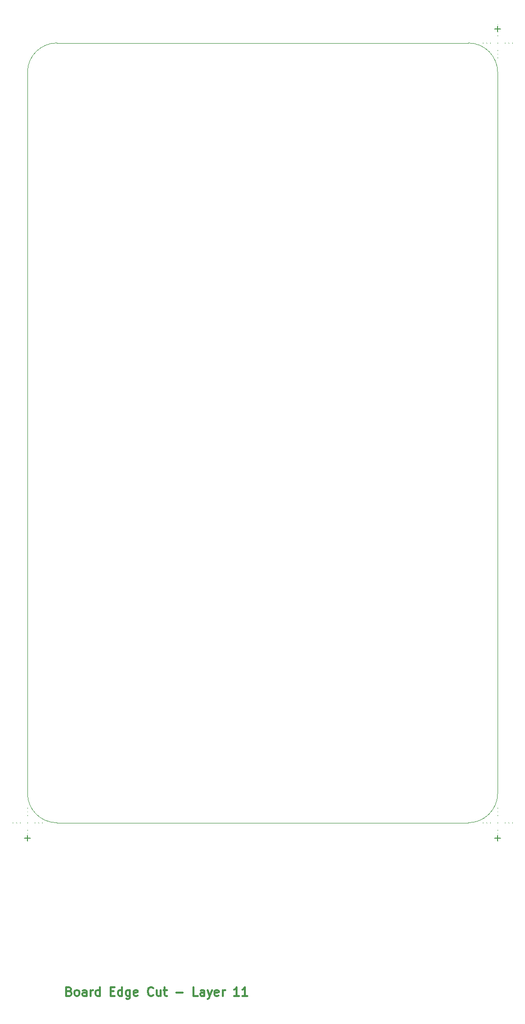
<source format=gm1>
G04 #@! TF.FileFunction,Profile,NP*
%FSLAX46Y46*%
G04 Gerber Fmt 4.6, Leading zero omitted, Abs format (unit mm)*
G04 Created by KiCad (PCBNEW 4.0.5) date 01/22/17 20:45:39*
%MOMM*%
%LPD*%
G01*
G04 APERTURE LIST*
%ADD10C,0.150000*%
%ADD11C,0.099060*%
%ADD12C,0.127000*%
%ADD13C,0.299720*%
G04 APERTURE END LIST*
D10*
D11*
X25401666Y-163195000D02*
G75*
G03X25401666Y-163195000I-1666J0D01*
G01*
X25397500Y-163195000D02*
X25402500Y-163195000D01*
X25400000Y-163192500D02*
X25400000Y-163197500D01*
X106681666Y-163195000D02*
G75*
G03X106681666Y-163195000I-1666J0D01*
G01*
X106677500Y-163195000D02*
X106682500Y-163195000D01*
X106680000Y-163192500D02*
X106680000Y-163197500D01*
X106681666Y-22860000D02*
G75*
G03X106681666Y-22860000I-1666J0D01*
G01*
X106677500Y-22860000D02*
X106682500Y-22860000D01*
X106680000Y-22857500D02*
X106680000Y-22862500D01*
X106681666Y-22225000D02*
G75*
G03X106681666Y-22225000I-1666J0D01*
G01*
X106677500Y-22225000D02*
X106682500Y-22225000D01*
X106680000Y-22222500D02*
X106680000Y-22227500D01*
D12*
X106196191Y-22950714D02*
X107163810Y-22950714D01*
X106680000Y-23434524D02*
X106680000Y-22466905D01*
D11*
X106681666Y-22225000D02*
G75*
G03X106681666Y-22225000I-1666J0D01*
G01*
X106677500Y-22225000D02*
X106682500Y-22225000D01*
X106680000Y-22222500D02*
X106680000Y-22227500D01*
X106681666Y-22860000D02*
G75*
G03X106681666Y-22860000I-1666J0D01*
G01*
X106677500Y-22860000D02*
X106682500Y-22860000D01*
X106680000Y-22857500D02*
X106680000Y-22862500D01*
X25401666Y-162560000D02*
G75*
G03X25401666Y-162560000I-1666J0D01*
G01*
X25397500Y-162560000D02*
X25402500Y-162560000D01*
X25400000Y-162557500D02*
X25400000Y-162562500D01*
X25401666Y-161925000D02*
G75*
G03X25401666Y-161925000I-1666J0D01*
G01*
X25397500Y-161925000D02*
X25402500Y-161925000D01*
X25400000Y-161922500D02*
X25400000Y-161927500D01*
D12*
X24916191Y-162650714D02*
X25883810Y-162650714D01*
X25400000Y-163134524D02*
X25400000Y-162166905D01*
X106196191Y-162650714D02*
X107163810Y-162650714D01*
X106680000Y-163134524D02*
X106680000Y-162166905D01*
D11*
X106681666Y-160020000D02*
G75*
G03X106681666Y-160020000I-1666J0D01*
G01*
X106677500Y-160020000D02*
X106682500Y-160020000D01*
X106680000Y-160017500D02*
X106680000Y-160022500D01*
X106681666Y-23495000D02*
G75*
G03X106681666Y-23495000I-1666J0D01*
G01*
X106677500Y-23495000D02*
X106682500Y-23495000D01*
X106680000Y-23492500D02*
X106680000Y-23497500D01*
X106681666Y-27940000D02*
G75*
G03X106681666Y-27940000I-1666J0D01*
G01*
X106677500Y-27940000D02*
X106682500Y-27940000D01*
X106680000Y-27937500D02*
X106680000Y-27942500D01*
X106681666Y-27305000D02*
G75*
G03X106681666Y-27305000I-1666J0D01*
G01*
X106677500Y-27305000D02*
X106682500Y-27305000D01*
X106680000Y-27302500D02*
X106680000Y-27307500D01*
X106681666Y-26670000D02*
G75*
G03X106681666Y-26670000I-1666J0D01*
G01*
X106677500Y-26670000D02*
X106682500Y-26670000D01*
X106680000Y-26667500D02*
X106680000Y-26672500D01*
X104141666Y-25400000D02*
G75*
G03X104141666Y-25400000I-1666J0D01*
G01*
X104137500Y-25400000D02*
X104142500Y-25400000D01*
X104140000Y-25397500D02*
X104140000Y-25402500D01*
X104776666Y-25400000D02*
G75*
G03X104776666Y-25400000I-1666J0D01*
G01*
X104772500Y-25400000D02*
X104777500Y-25400000D01*
X104775000Y-25397500D02*
X104775000Y-25402500D01*
X105411666Y-25400000D02*
G75*
G03X105411666Y-25400000I-1666J0D01*
G01*
X105407500Y-25400000D02*
X105412500Y-25400000D01*
X105410000Y-25397500D02*
X105410000Y-25402500D01*
X109221666Y-25400000D02*
G75*
G03X109221666Y-25400000I-1666J0D01*
G01*
X109217500Y-25400000D02*
X109222500Y-25400000D01*
X109220000Y-25397500D02*
X109220000Y-25402500D01*
X108586666Y-25400000D02*
G75*
G03X108586666Y-25400000I-1666J0D01*
G01*
X108582500Y-25400000D02*
X108587500Y-25400000D01*
X108585000Y-25397500D02*
X108585000Y-25402500D01*
X107951666Y-25400000D02*
G75*
G03X107951666Y-25400000I-1666J0D01*
G01*
X107947500Y-25400000D02*
X107952500Y-25400000D01*
X107950000Y-25397500D02*
X107950000Y-25402500D01*
X106681666Y-25400000D02*
G75*
G03X106681666Y-25400000I-1666J0D01*
G01*
X106677500Y-25400000D02*
X106682500Y-25400000D01*
X106680000Y-25397500D02*
X106680000Y-25402500D01*
X106681666Y-24130000D02*
G75*
G03X106681666Y-24130000I-1666J0D01*
G01*
X106677500Y-24130000D02*
X106682500Y-24130000D01*
X106680000Y-24127500D02*
X106680000Y-24132500D01*
X106681666Y-161925000D02*
G75*
G03X106681666Y-161925000I-1666J0D01*
G01*
X106677500Y-161925000D02*
X106682500Y-161925000D01*
X106680000Y-161922500D02*
X106680000Y-161927500D01*
X106681666Y-161290000D02*
G75*
G03X106681666Y-161290000I-1666J0D01*
G01*
X106677500Y-161290000D02*
X106682500Y-161290000D01*
X106680000Y-161287500D02*
X106680000Y-161292500D01*
X109221666Y-160020000D02*
G75*
G03X109221666Y-160020000I-1666J0D01*
G01*
X109217500Y-160020000D02*
X109222500Y-160020000D01*
X109220000Y-160017500D02*
X109220000Y-160022500D01*
X108586666Y-160020000D02*
G75*
G03X108586666Y-160020000I-1666J0D01*
G01*
X108582500Y-160020000D02*
X108587500Y-160020000D01*
X108585000Y-160017500D02*
X108585000Y-160022500D01*
X107951666Y-160020000D02*
G75*
G03X107951666Y-160020000I-1666J0D01*
G01*
X107947500Y-160020000D02*
X107952500Y-160020000D01*
X107950000Y-160017500D02*
X107950000Y-160022500D01*
X104141666Y-160020000D02*
G75*
G03X104141666Y-160020000I-1666J0D01*
G01*
X104137500Y-160020000D02*
X104142500Y-160020000D01*
X104140000Y-160017500D02*
X104140000Y-160022500D01*
X104776666Y-160020000D02*
G75*
G03X104776666Y-160020000I-1666J0D01*
G01*
X104772500Y-160020000D02*
X104777500Y-160020000D01*
X104775000Y-160017500D02*
X104775000Y-160022500D01*
X105411666Y-160020000D02*
G75*
G03X105411666Y-160020000I-1666J0D01*
G01*
X105407500Y-160020000D02*
X105412500Y-160020000D01*
X105410000Y-160017500D02*
X105410000Y-160022500D01*
X106681666Y-157480000D02*
G75*
G03X106681666Y-157480000I-1666J0D01*
G01*
X106677500Y-157480000D02*
X106682500Y-157480000D01*
X106680000Y-157477500D02*
X106680000Y-157482500D01*
X106681666Y-158115000D02*
G75*
G03X106681666Y-158115000I-1666J0D01*
G01*
X106677500Y-158115000D02*
X106682500Y-158115000D01*
X106680000Y-158112500D02*
X106680000Y-158117500D01*
X106681666Y-158750000D02*
G75*
G03X106681666Y-158750000I-1666J0D01*
G01*
X106677500Y-158750000D02*
X106682500Y-158750000D01*
X106680000Y-158747500D02*
X106680000Y-158752500D01*
X106681666Y-160020000D02*
G75*
G03X106681666Y-160020000I-1666J0D01*
G01*
X106677500Y-160020000D02*
X106682500Y-160020000D01*
X106680000Y-160017500D02*
X106680000Y-160022500D01*
X25401666Y-161925000D02*
G75*
G03X25401666Y-161925000I-1666J0D01*
G01*
X25397500Y-161925000D02*
X25402500Y-161925000D01*
X25400000Y-161922500D02*
X25400000Y-161927500D01*
X25401666Y-161290000D02*
G75*
G03X25401666Y-161290000I-1666J0D01*
G01*
X25397500Y-161290000D02*
X25402500Y-161290000D01*
X25400000Y-161287500D02*
X25400000Y-161292500D01*
X25401666Y-157480000D02*
G75*
G03X25401666Y-157480000I-1666J0D01*
G01*
X25397500Y-157480000D02*
X25402500Y-157480000D01*
X25400000Y-157477500D02*
X25400000Y-157482500D01*
X25401666Y-158115000D02*
G75*
G03X25401666Y-158115000I-1666J0D01*
G01*
X25397500Y-158115000D02*
X25402500Y-158115000D01*
X25400000Y-158112500D02*
X25400000Y-158117500D01*
X25401666Y-158750000D02*
G75*
G03X25401666Y-158750000I-1666J0D01*
G01*
X25397500Y-158750000D02*
X25402500Y-158750000D01*
X25400000Y-158747500D02*
X25400000Y-158752500D01*
X22861666Y-160020000D02*
G75*
G03X22861666Y-160020000I-1666J0D01*
G01*
X22857500Y-160020000D02*
X22862500Y-160020000D01*
X22860000Y-160017500D02*
X22860000Y-160022500D01*
X23496666Y-160020000D02*
G75*
G03X23496666Y-160020000I-1666J0D01*
G01*
X23492500Y-160020000D02*
X23497500Y-160020000D01*
X23495000Y-160017500D02*
X23495000Y-160022500D01*
X24131666Y-160020000D02*
G75*
G03X24131666Y-160020000I-1666J0D01*
G01*
X24127500Y-160020000D02*
X24132500Y-160020000D01*
X24130000Y-160017500D02*
X24130000Y-160022500D01*
X27941666Y-160020000D02*
G75*
G03X27941666Y-160020000I-1666J0D01*
G01*
X27937500Y-160020000D02*
X27942500Y-160020000D01*
X27940000Y-160017500D02*
X27940000Y-160022500D01*
X27306666Y-160020000D02*
G75*
G03X27306666Y-160020000I-1666J0D01*
G01*
X27302500Y-160020000D02*
X27307500Y-160020000D01*
X27305000Y-160017500D02*
X27305000Y-160022500D01*
X26671666Y-160020000D02*
G75*
G03X26671666Y-160020000I-1666J0D01*
G01*
X26667500Y-160020000D02*
X26672500Y-160020000D01*
X26670000Y-160017500D02*
X26670000Y-160022500D01*
X25401666Y-160020000D02*
G75*
G03X25401666Y-160020000I-1666J0D01*
G01*
X25397500Y-160020000D02*
X25402500Y-160020000D01*
X25400000Y-160017500D02*
X25400000Y-160022500D01*
D13*
X32607794Y-189122776D02*
X32822243Y-189194259D01*
X32893726Y-189265741D01*
X32965209Y-189408707D01*
X32965209Y-189623156D01*
X32893726Y-189766121D01*
X32822243Y-189837604D01*
X32679277Y-189909087D01*
X32107414Y-189909087D01*
X32107414Y-188407947D01*
X32607794Y-188407947D01*
X32750760Y-188479430D01*
X32822243Y-188550913D01*
X32893726Y-188693879D01*
X32893726Y-188836844D01*
X32822243Y-188979810D01*
X32750760Y-189051293D01*
X32607794Y-189122776D01*
X32107414Y-189122776D01*
X33823003Y-189909087D02*
X33680037Y-189837604D01*
X33608554Y-189766121D01*
X33537071Y-189623156D01*
X33537071Y-189194259D01*
X33608554Y-189051293D01*
X33680037Y-188979810D01*
X33823003Y-188908327D01*
X34037451Y-188908327D01*
X34180417Y-188979810D01*
X34251900Y-189051293D01*
X34323383Y-189194259D01*
X34323383Y-189623156D01*
X34251900Y-189766121D01*
X34180417Y-189837604D01*
X34037451Y-189909087D01*
X33823003Y-189909087D01*
X35610074Y-189909087D02*
X35610074Y-189122776D01*
X35538591Y-188979810D01*
X35395625Y-188908327D01*
X35109694Y-188908327D01*
X34966728Y-188979810D01*
X35610074Y-189837604D02*
X35467108Y-189909087D01*
X35109694Y-189909087D01*
X34966728Y-189837604D01*
X34895245Y-189694639D01*
X34895245Y-189551673D01*
X34966728Y-189408707D01*
X35109694Y-189337224D01*
X35467108Y-189337224D01*
X35610074Y-189265741D01*
X36324902Y-189909087D02*
X36324902Y-188908327D01*
X36324902Y-189194259D02*
X36396385Y-189051293D01*
X36467868Y-188979810D01*
X36610834Y-188908327D01*
X36753799Y-188908327D01*
X37897525Y-189909087D02*
X37897525Y-188407947D01*
X37897525Y-189837604D02*
X37754559Y-189909087D01*
X37468628Y-189909087D01*
X37325662Y-189837604D01*
X37254179Y-189766121D01*
X37182696Y-189623156D01*
X37182696Y-189194259D01*
X37254179Y-189051293D01*
X37325662Y-188979810D01*
X37468628Y-188908327D01*
X37754559Y-188908327D01*
X37897525Y-188979810D01*
X39756079Y-189122776D02*
X40256459Y-189122776D01*
X40470908Y-189909087D02*
X39756079Y-189909087D01*
X39756079Y-188407947D01*
X40470908Y-188407947D01*
X41757599Y-189909087D02*
X41757599Y-188407947D01*
X41757599Y-189837604D02*
X41614633Y-189909087D01*
X41328702Y-189909087D01*
X41185736Y-189837604D01*
X41114253Y-189766121D01*
X41042770Y-189623156D01*
X41042770Y-189194259D01*
X41114253Y-189051293D01*
X41185736Y-188979810D01*
X41328702Y-188908327D01*
X41614633Y-188908327D01*
X41757599Y-188979810D01*
X43115773Y-188908327D02*
X43115773Y-190123536D01*
X43044290Y-190266501D01*
X42972807Y-190337984D01*
X42829842Y-190409467D01*
X42615393Y-190409467D01*
X42472427Y-190337984D01*
X43115773Y-189837604D02*
X42972807Y-189909087D01*
X42686876Y-189909087D01*
X42543910Y-189837604D01*
X42472427Y-189766121D01*
X42400944Y-189623156D01*
X42400944Y-189194259D01*
X42472427Y-189051293D01*
X42543910Y-188979810D01*
X42686876Y-188908327D01*
X42972807Y-188908327D01*
X43115773Y-188979810D01*
X44402464Y-189837604D02*
X44259498Y-189909087D01*
X43973567Y-189909087D01*
X43830601Y-189837604D01*
X43759118Y-189694639D01*
X43759118Y-189122776D01*
X43830601Y-188979810D01*
X43973567Y-188908327D01*
X44259498Y-188908327D01*
X44402464Y-188979810D01*
X44473947Y-189122776D01*
X44473947Y-189265741D01*
X43759118Y-189408707D01*
X47118813Y-189766121D02*
X47047330Y-189837604D01*
X46832881Y-189909087D01*
X46689915Y-189909087D01*
X46475467Y-189837604D01*
X46332501Y-189694639D01*
X46261018Y-189551673D01*
X46189535Y-189265741D01*
X46189535Y-189051293D01*
X46261018Y-188765361D01*
X46332501Y-188622396D01*
X46475467Y-188479430D01*
X46689915Y-188407947D01*
X46832881Y-188407947D01*
X47047330Y-188479430D01*
X47118813Y-188550913D01*
X48405504Y-188908327D02*
X48405504Y-189909087D01*
X47762158Y-188908327D02*
X47762158Y-189694639D01*
X47833641Y-189837604D01*
X47976607Y-189909087D01*
X48191055Y-189909087D01*
X48334021Y-189837604D01*
X48405504Y-189766121D01*
X48905884Y-188908327D02*
X49477747Y-188908327D01*
X49120332Y-188407947D02*
X49120332Y-189694639D01*
X49191815Y-189837604D01*
X49334781Y-189909087D01*
X49477747Y-189909087D01*
X51121852Y-189337224D02*
X52265578Y-189337224D01*
X54838961Y-189909087D02*
X54124132Y-189909087D01*
X54124132Y-188407947D01*
X55982687Y-189909087D02*
X55982687Y-189122776D01*
X55911204Y-188979810D01*
X55768238Y-188908327D01*
X55482307Y-188908327D01*
X55339341Y-188979810D01*
X55982687Y-189837604D02*
X55839721Y-189909087D01*
X55482307Y-189909087D01*
X55339341Y-189837604D01*
X55267858Y-189694639D01*
X55267858Y-189551673D01*
X55339341Y-189408707D01*
X55482307Y-189337224D01*
X55839721Y-189337224D01*
X55982687Y-189265741D01*
X56554550Y-188908327D02*
X56911964Y-189909087D01*
X57269378Y-188908327D02*
X56911964Y-189909087D01*
X56768998Y-190266501D01*
X56697515Y-190337984D01*
X56554550Y-190409467D01*
X58413104Y-189837604D02*
X58270138Y-189909087D01*
X57984207Y-189909087D01*
X57841241Y-189837604D01*
X57769758Y-189694639D01*
X57769758Y-189122776D01*
X57841241Y-188979810D01*
X57984207Y-188908327D01*
X58270138Y-188908327D01*
X58413104Y-188979810D01*
X58484587Y-189122776D01*
X58484587Y-189265741D01*
X57769758Y-189408707D01*
X59127932Y-189909087D02*
X59127932Y-188908327D01*
X59127932Y-189194259D02*
X59199415Y-189051293D01*
X59270898Y-188979810D01*
X59413864Y-188908327D01*
X59556829Y-188908327D01*
X61987247Y-189909087D02*
X61129452Y-189909087D01*
X61558350Y-189909087D02*
X61558350Y-188407947D01*
X61415384Y-188622396D01*
X61272418Y-188765361D01*
X61129452Y-188836844D01*
X63416904Y-189909087D02*
X62559109Y-189909087D01*
X62988007Y-189909087D02*
X62988007Y-188407947D01*
X62845041Y-188622396D01*
X62702075Y-188765361D01*
X62559109Y-188836844D01*
D11*
X106681666Y-22860000D02*
G75*
G03X106681666Y-22860000I-1666J0D01*
G01*
X106677500Y-22860000D02*
X106682500Y-22860000D01*
X106680000Y-22857500D02*
X106680000Y-22862500D01*
X25401666Y-162560000D02*
G75*
G03X25401666Y-162560000I-1666J0D01*
G01*
X25397500Y-162560000D02*
X25402500Y-162560000D01*
X25400000Y-162557500D02*
X25400000Y-162562500D01*
X106681666Y-162560000D02*
G75*
G03X106681666Y-162560000I-1666J0D01*
G01*
X106677500Y-162560000D02*
X106682500Y-162560000D01*
X106680000Y-162557500D02*
X106680000Y-162562500D01*
X101600000Y-25400000D02*
X30480000Y-25400000D01*
X106680000Y-154940000D02*
X106680000Y-30480000D01*
X30480000Y-160020000D02*
X101600000Y-160020000D01*
X25400000Y-30480000D02*
X25400000Y-154940000D01*
X25400000Y-154940000D02*
G75*
G03X30480000Y-160020000I5080000J0D01*
G01*
X30480000Y-25400000D02*
G75*
G03X25400000Y-30480000I0J-5080000D01*
G01*
X106680000Y-30480000D02*
G75*
G03X101600000Y-25400000I-5080000J0D01*
G01*
X101600000Y-160020000D02*
G75*
G03X106680000Y-154940000I0J5080000D01*
G01*
M02*

</source>
